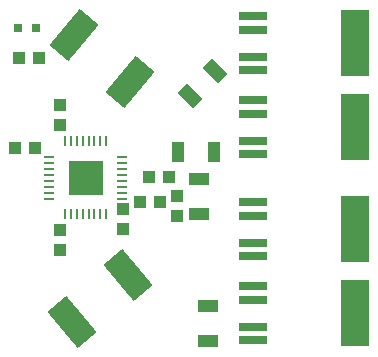
<source format=gtp>
G04*
G04 #@! TF.GenerationSoftware,Altium Limited,Altium Designer,18.1.7 (191)*
G04*
G04 Layer_Color=8421504*
%FSLAX25Y25*%
%MOIN*%
G70*
G01*
G75*
%ADD19R,0.00984X0.03543*%
%ADD20R,0.03543X0.00984*%
%ADD21R,0.11339X0.11339*%
%ADD22R,0.03937X0.04331*%
%ADD23R,0.03150X0.03150*%
%ADD24R,0.09646X0.21850*%
%ADD25R,0.09646X0.03150*%
%ADD26R,0.04331X0.03937*%
G04:AMPARAMS|DCode=27|XSize=82.68mil|YSize=157.48mil|CornerRadius=0mil|HoleSize=0mil|Usage=FLASHONLY|Rotation=220.000|XOffset=0mil|YOffset=0mil|HoleType=Round|Shape=Rectangle|*
%AMROTATEDRECTD27*
4,1,4,-0.01895,0.08689,0.08228,-0.03375,0.01895,-0.08689,-0.08228,0.03375,-0.01895,0.08689,0.0*
%
%ADD27ROTATEDRECTD27*%

G04:AMPARAMS|DCode=28|XSize=82.68mil|YSize=157.48mil|CornerRadius=0mil|HoleSize=0mil|Usage=FLASHONLY|Rotation=140.000|XOffset=0mil|YOffset=0mil|HoleType=Round|Shape=Rectangle|*
%AMROTATEDRECTD28*
4,1,4,0.08228,0.03375,-0.01895,-0.08689,-0.08228,-0.03375,0.01895,0.08689,0.08228,0.03375,0.0*
%
%ADD28ROTATEDRECTD28*%

%ADD29R,0.07087X0.04331*%
%ADD30R,0.04331X0.07087*%
G04:AMPARAMS|DCode=31|XSize=43.31mil|YSize=70.87mil|CornerRadius=0mil|HoleSize=0mil|Usage=FLASHONLY|Rotation=45.000|XOffset=0mil|YOffset=0mil|HoleType=Round|Shape=Rectangle|*
%AMROTATEDRECTD31*
4,1,4,0.00974,-0.04037,-0.04037,0.00974,-0.00974,0.04037,0.04037,-0.00974,0.00974,-0.04037,0.0*
%
%ADD31ROTATEDRECTD31*%

D19*
X38490Y17205D02*
D03*
X36521D02*
D03*
X34553D02*
D03*
X32584D02*
D03*
X30616D02*
D03*
X28647D02*
D03*
X26679D02*
D03*
X24710D02*
D03*
Y-7205D02*
D03*
X26679D02*
D03*
X28647D02*
D03*
X30616D02*
D03*
X32584D02*
D03*
X34553D02*
D03*
X36521D02*
D03*
X38490D02*
D03*
D20*
X19395Y11890D02*
D03*
Y9921D02*
D03*
Y7953D02*
D03*
Y5984D02*
D03*
Y4016D02*
D03*
Y2047D02*
D03*
Y79D02*
D03*
Y-1890D02*
D03*
X43805D02*
D03*
Y79D02*
D03*
Y2047D02*
D03*
Y4016D02*
D03*
Y5984D02*
D03*
Y7953D02*
D03*
Y9921D02*
D03*
Y11890D02*
D03*
D21*
X31600Y5000D02*
D03*
D22*
X56447Y-3012D02*
D03*
X49754D02*
D03*
X9253Y45000D02*
D03*
X15947D02*
D03*
X59395Y5442D02*
D03*
X52702D02*
D03*
X8054Y15040D02*
D03*
X14747D02*
D03*
D23*
X9047Y55000D02*
D03*
X14953D02*
D03*
D24*
X121453Y-12100D02*
D03*
Y21900D02*
D03*
Y-40100D02*
D03*
Y49900D02*
D03*
D25*
X87319Y-21076D02*
D03*
Y-16588D02*
D03*
Y-7612D02*
D03*
Y-3124D02*
D03*
Y12924D02*
D03*
Y17412D02*
D03*
Y26388D02*
D03*
Y30876D02*
D03*
Y-49076D02*
D03*
Y-44588D02*
D03*
Y-35612D02*
D03*
Y-31124D02*
D03*
Y40924D02*
D03*
Y45412D02*
D03*
Y54388D02*
D03*
Y58876D02*
D03*
D26*
X23100Y-12468D02*
D03*
Y-19161D02*
D03*
Y22569D02*
D03*
Y29261D02*
D03*
X61988Y-7768D02*
D03*
Y-1075D02*
D03*
X44149Y-5511D02*
D03*
Y-12204D02*
D03*
D27*
X45858Y-27492D02*
D03*
X27159Y-43182D02*
D03*
D28*
X46439Y37065D02*
D03*
X27740Y52755D02*
D03*
D29*
X69349Y4753D02*
D03*
Y-7058D02*
D03*
X72400Y-49442D02*
D03*
Y-37631D02*
D03*
D30*
X62500Y13563D02*
D03*
X74311D02*
D03*
D31*
X66416Y32228D02*
D03*
X74768Y40579D02*
D03*
M02*

</source>
